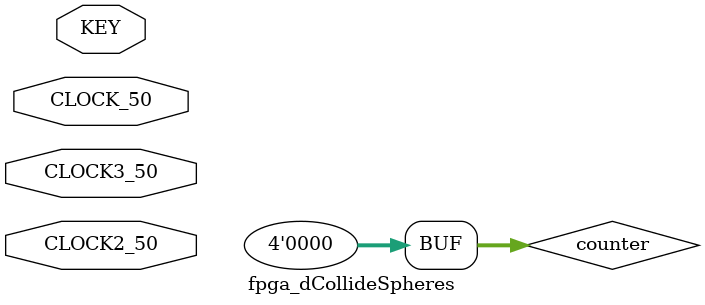
<source format=v>


module fpga_dCollideSpheres(

	//////////// CLOCK //////////
	CLOCK_50,
	CLOCK2_50,
	CLOCK3_50,

	//////////// KEY //////////
	KEY 
);

//=======================================================
//  PARAMETER declarations
//=======================================================


//=======================================================
//  PORT declarations
//=======================================================

//////////// CLOCK //////////
input 		          		CLOCK_50;
input 		          		CLOCK2_50;
input 		          		CLOCK3_50;

//////////// KEY //////////
input 		     [3:0]		KEY;


//=======================================================
//  REG/WIRE declarations
//=======================================================

reg[31:0] p1x;
reg[31:0] p1y;
reg[31:0] p1z;
reg[31:0] p1r;
reg[31:0] p2x;
reg[31:0] p2y;
reg[31:0] p2z;
reg[31:0] p2r, g1c, g2c;
wire[31:0] outs [8:0];
wire[31:0] check;
wire ret_val, done_flag;
reg rst_wire;
reg [3:0] counter = 4'b0;
reg reset;

// jtag signals



//=======================================================
//  Structural coding
//=======================================================

dCollideSpheres test0(
	.x1(32'b10111110111111000100011101011110), 
	.y1(32'b00000000000000000000000000000000), 
	.z1(32'b00111111110000000000000000000000), 
	.r1(32'b00111111000000000000000000000000), 
	.x2(32'b00111110111111000100011101011110), 
	.y2(32'b00000000000000000000000000000000), 
	.z2(32'b00111111110000000000000000000000), 
	.r2(32'b00111111000000000000000000000000), 
	.cx(outs[0]), 
	.cy(outs[1]), 
	.cz(outs[2]), 
	.normalx(outs[3]), 
	.normaly(outs[4]), 
	.normalz(outs[5]), 
	.depth(outs[6]), 
	.g1(32'b00111111011110101110000101001000), 
	.g2(32'd1), 
	.ret(outs[7]), 
	.clk(CLOCK_50), 
	.rst(1'b0), 
	.done(outs[8]),
	.test(check)
);



endmodule

</source>
